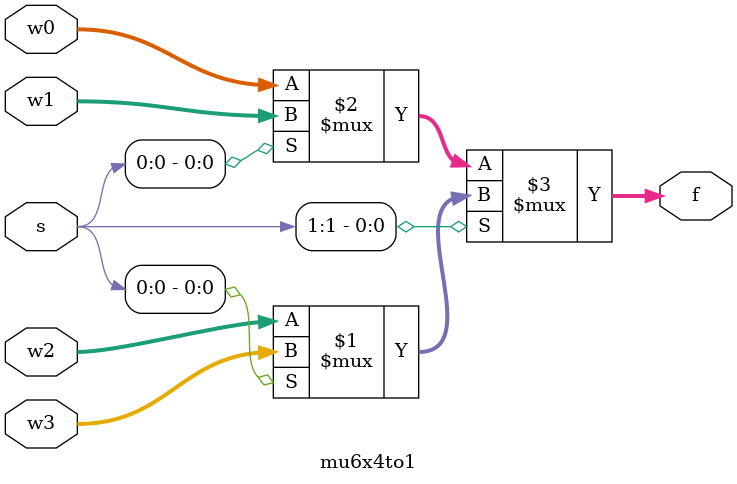
<source format=v>
module mu6x4to1(w0, w1, w2, w3, s, f);
input [6:0] w0, w1, w2, w3;
input [1:0] s;
output [6:0] f;
assign f = s[1] ? (s[0] ? w3 : w2) : (s[0] ? w1 : w0);
endmodule

</source>
